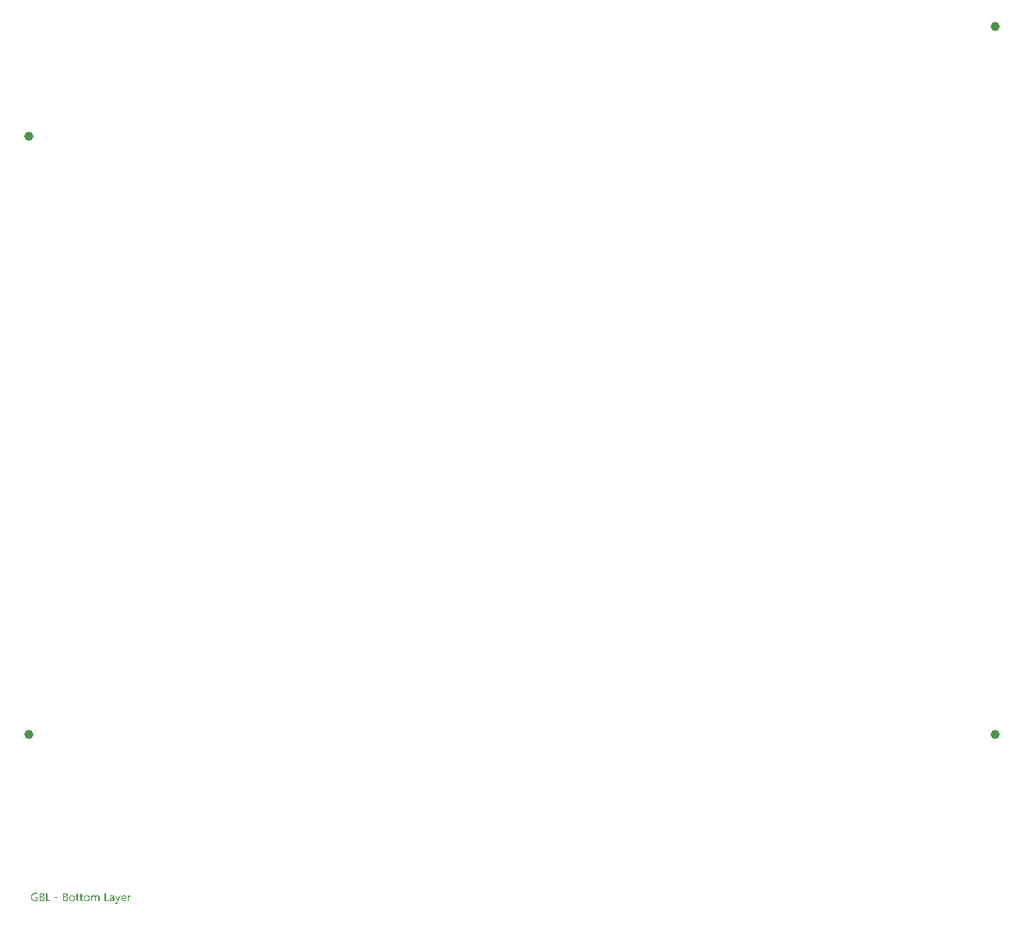
<source format=gbl>
G04*
G04 #@! TF.GenerationSoftware,Altium Limited,Altium Designer,22.11.1 (43)*
G04*
G04 Layer_Physical_Order=2*
G04 Layer_Color=16711680*
%FSAX26Y26*%
%MOIN*%
G70*
G04*
G04 #@! TF.SameCoordinates,4DE1539D-3C2F-4BBE-9D22-D2A5EFC50442*
G04*
G04*
G04 #@! TF.FilePolarity,Positive*
G04*
G01*
G75*
%ADD11C,0.039370*%
G36*
X00106216Y-00126344D02*
X00106710Y-00126375D01*
X00107297Y-00126406D01*
X00107915Y-00126468D01*
X00108626Y-00126560D01*
X00109368Y-00126653D01*
X00110140Y-00126777D01*
X00110944Y-00126931D01*
X00111747Y-00127117D01*
X00112550Y-00127333D01*
X00113354Y-00127580D01*
X00114157Y-00127858D01*
X00114899Y-00128198D01*
X00114899Y-00132740D01*
X00114837Y-00132709D01*
X00114713Y-00132617D01*
X00114466Y-00132493D01*
X00114157Y-00132308D01*
X00113725Y-00132122D01*
X00113230Y-00131875D01*
X00112674Y-00131659D01*
X00112025Y-00131381D01*
X00111345Y-00131133D01*
X00110573Y-00130886D01*
X00109739Y-00130670D01*
X00108842Y-00130485D01*
X00107885Y-00130299D01*
X00106896Y-00130176D01*
X00105876Y-00130083D01*
X00104794Y-00130052D01*
X00104547Y-00130052D01*
X00104238Y-00130083D01*
X00103806Y-00130114D01*
X00103311Y-00130176D01*
X00102724Y-00130268D01*
X00102075Y-00130392D01*
X00101365Y-00130546D01*
X00100623Y-00130763D01*
X00099850Y-00131041D01*
X00099047Y-00131381D01*
X00098213Y-00131782D01*
X00097409Y-00132246D01*
X00096637Y-00132771D01*
X00095864Y-00133420D01*
X00095123Y-00134131D01*
X00095092Y-00134162D01*
X00094968Y-00134316D01*
X00094783Y-00134532D01*
X00094536Y-00134872D01*
X00094258Y-00135274D01*
X00093918Y-00135738D01*
X00093578Y-00136325D01*
X00093238Y-00136974D01*
X00092898Y-00137684D01*
X00092558Y-00138488D01*
X00092218Y-00139353D01*
X00091940Y-00140280D01*
X00091693Y-00141269D01*
X00091507Y-00142319D01*
X00091384Y-00143463D01*
X00091353Y-00144637D01*
X00091353Y-00144668D01*
X00091353Y-00144699D01*
X00091353Y-00144791D01*
X00091353Y-00144915D01*
X00091353Y-00145100D01*
X00091384Y-00145286D01*
X00091415Y-00145749D01*
X00091446Y-00146305D01*
X00091538Y-00146954D01*
X00091631Y-00147665D01*
X00091786Y-00148438D01*
X00091971Y-00149272D01*
X00092218Y-00150137D01*
X00092496Y-00151002D01*
X00092836Y-00151898D01*
X00093238Y-00152763D01*
X00093701Y-00153598D01*
X00094227Y-00154401D01*
X00094845Y-00155143D01*
X00094876Y-00155174D01*
X00094999Y-00155297D01*
X00095216Y-00155483D01*
X00095494Y-00155730D01*
X00095834Y-00156008D01*
X00096266Y-00156348D01*
X00096760Y-00156688D01*
X00097348Y-00157028D01*
X00097996Y-00157399D01*
X00098707Y-00157738D01*
X00099480Y-00158047D01*
X00100345Y-00158356D01*
X00101241Y-00158604D01*
X00102230Y-00158789D01*
X00103249Y-00158913D01*
X00104362Y-00158944D01*
X00104764Y-00158944D01*
X00105042Y-00158913D01*
X00105412Y-00158882D01*
X00105814Y-00158851D01*
X00106278Y-00158820D01*
X00106803Y-00158727D01*
X00107328Y-00158665D01*
X00107915Y-00158542D01*
X00109090Y-00158264D01*
X00109708Y-00158078D01*
X00110295Y-00157831D01*
X00110882Y-00157584D01*
X00111469Y-00157306D01*
X00111469Y-00147449D01*
X00103775Y-00147449D01*
X00103775Y-00143710D01*
X00115609Y-00143710D01*
X00115609Y-00159654D01*
X00115548Y-00159685D01*
X00115362Y-00159778D01*
X00115084Y-00159932D01*
X00114683Y-00160118D01*
X00114188Y-00160334D01*
X00113601Y-00160581D01*
X00112921Y-00160859D01*
X00112149Y-00161137D01*
X00111314Y-00161416D01*
X00110387Y-00161694D01*
X00109430Y-00161941D01*
X00108410Y-00162157D01*
X00107328Y-00162343D01*
X00106185Y-00162497D01*
X00105042Y-00162590D01*
X00103837Y-00162621D01*
X00103497Y-00162621D01*
X00103342Y-00162590D01*
X00103126Y-00162590D01*
X00102879Y-00162559D01*
X00102601Y-00162559D01*
X00101952Y-00162466D01*
X00101210Y-00162373D01*
X00100407Y-00162219D01*
X00099511Y-00162003D01*
X00098553Y-00161755D01*
X00097564Y-00161446D01*
X00096544Y-00161045D01*
X00095525Y-00160581D01*
X00094505Y-00160025D01*
X00093516Y-00159376D01*
X00092558Y-00158635D01*
X00091662Y-00157800D01*
X00091600Y-00157738D01*
X00091477Y-00157584D01*
X00091229Y-00157306D01*
X00090951Y-00156904D01*
X00090581Y-00156441D01*
X00090210Y-00155853D01*
X00089777Y-00155143D01*
X00089344Y-00154370D01*
X00088912Y-00153505D01*
X00088479Y-00152516D01*
X00088109Y-00151466D01*
X00087738Y-00150322D01*
X00087460Y-00149117D01*
X00087212Y-00147789D01*
X00087089Y-00146398D01*
X00087027Y-00144946D01*
X00087027Y-00144915D01*
X00087027Y-00144853D01*
X00087027Y-00144730D01*
X00087027Y-00144575D01*
X00087058Y-00144390D01*
X00087058Y-00144142D01*
X00087089Y-00143895D01*
X00087120Y-00143586D01*
X00087151Y-00143246D01*
X00087181Y-00142906D01*
X00087305Y-00142103D01*
X00087460Y-00141176D01*
X00087676Y-00140218D01*
X00087954Y-00139167D01*
X00088294Y-00138086D01*
X00088696Y-00136974D01*
X00089190Y-00135861D01*
X00089808Y-00134749D01*
X00090488Y-00133636D01*
X00091291Y-00132586D01*
X00092187Y-00131566D01*
X00092249Y-00131504D01*
X00092434Y-00131350D01*
X00092713Y-00131072D01*
X00093114Y-00130732D01*
X00093640Y-00130361D01*
X00094227Y-00129898D01*
X00094937Y-00129434D01*
X00095772Y-00128940D01*
X00096668Y-00128445D01*
X00097657Y-00127982D01*
X00098707Y-00127518D01*
X00099881Y-00127147D01*
X00101117Y-00126808D01*
X00102415Y-00126529D01*
X00103806Y-00126375D01*
X00105258Y-00126313D01*
X00105814Y-00126313D01*
X00106216Y-00126344D01*
X00106216Y-00126344D02*
G37*
G36*
X00372450Y-00136387D02*
X00372636Y-00136387D01*
X00372852Y-00136417D01*
X00373377Y-00136510D01*
X00373995Y-00136665D01*
X00374706Y-00136881D01*
X00375448Y-00137221D01*
X00376220Y-00137623D01*
X00376622Y-00137901D01*
X00376993Y-00138179D01*
X00377363Y-00138488D01*
X00377734Y-00138858D01*
X00378105Y-00139260D01*
X00378445Y-00139693D01*
X00378754Y-00140156D01*
X00379063Y-00140682D01*
X00379341Y-00141238D01*
X00379588Y-00141856D01*
X00379805Y-00142505D01*
X00380021Y-00143215D01*
X00380144Y-00143957D01*
X00380268Y-00144791D01*
X00380330Y-00145656D01*
X00380361Y-00146583D01*
X00380361Y-00162034D01*
X00376344Y-00162034D01*
X00376344Y-00147634D01*
X00376344Y-00147572D01*
X00376344Y-00147449D01*
X00376344Y-00147232D01*
X00376313Y-00146954D01*
X00376313Y-00146614D01*
X00376282Y-00146213D01*
X00376251Y-00145780D01*
X00376189Y-00145317D01*
X00376035Y-00144328D01*
X00375788Y-00143339D01*
X00375664Y-00142845D01*
X00375478Y-00142412D01*
X00375262Y-00141979D01*
X00375046Y-00141609D01*
X00375046Y-00141578D01*
X00374984Y-00141516D01*
X00374922Y-00141423D01*
X00374799Y-00141331D01*
X00374675Y-00141176D01*
X00374490Y-00141022D01*
X00374273Y-00140867D01*
X00374026Y-00140682D01*
X00373748Y-00140496D01*
X00373439Y-00140342D01*
X00373068Y-00140187D01*
X00372697Y-00140033D01*
X00372265Y-00139940D01*
X00371771Y-00139847D01*
X00371276Y-00139786D01*
X00370720Y-00139755D01*
X00370473Y-00139755D01*
X00370287Y-00139786D01*
X00370071Y-00139816D01*
X00369824Y-00139878D01*
X00369206Y-00140033D01*
X00368866Y-00140156D01*
X00368526Y-00140342D01*
X00368155Y-00140527D01*
X00367815Y-00140743D01*
X00367445Y-00141022D01*
X00367074Y-00141331D01*
X00366703Y-00141701D01*
X00366363Y-00142103D01*
X00366332Y-00142134D01*
X00366301Y-00142196D01*
X00366209Y-00142350D01*
X00366085Y-00142505D01*
X00365961Y-00142752D01*
X00365807Y-00143030D01*
X00365621Y-00143339D01*
X00365467Y-00143679D01*
X00365312Y-00144081D01*
X00365127Y-00144513D01*
X00364973Y-00144977D01*
X00364849Y-00145471D01*
X00364725Y-00145996D01*
X00364663Y-00146553D01*
X00364602Y-00147109D01*
X00364571Y-00147727D01*
X00364571Y-00162034D01*
X00360554Y-00162034D01*
X00360554Y-00147140D01*
X00360554Y-00147109D01*
X00360554Y-00147047D01*
X00360554Y-00146954D01*
X00360554Y-00146831D01*
X00360523Y-00146645D01*
X00360523Y-00146460D01*
X00360461Y-00145996D01*
X00360368Y-00145440D01*
X00360245Y-00144791D01*
X00360090Y-00144142D01*
X00359843Y-00143432D01*
X00359534Y-00142752D01*
X00359163Y-00142103D01*
X00358700Y-00141454D01*
X00358144Y-00140898D01*
X00357495Y-00140434D01*
X00357124Y-00140249D01*
X00356722Y-00140064D01*
X00356290Y-00139940D01*
X00355857Y-00139847D01*
X00355363Y-00139786D01*
X00354837Y-00139755D01*
X00354590Y-00139755D01*
X00354405Y-00139786D01*
X00354158Y-00139816D01*
X00353910Y-00139878D01*
X00353292Y-00140033D01*
X00352952Y-00140156D01*
X00352613Y-00140311D01*
X00352242Y-00140465D01*
X00351871Y-00140682D01*
X00351500Y-00140960D01*
X00351129Y-00141238D01*
X00350789Y-00141578D01*
X00350450Y-00141979D01*
X00350419Y-00142010D01*
X00350388Y-00142072D01*
X00350295Y-00142196D01*
X00350171Y-00142381D01*
X00350048Y-00142597D01*
X00349924Y-00142845D01*
X00349770Y-00143154D01*
X00349615Y-00143524D01*
X00349430Y-00143926D01*
X00349275Y-00144359D01*
X00349152Y-00144822D01*
X00349028Y-00145317D01*
X00348904Y-00145873D01*
X00348812Y-00146460D01*
X00348781Y-00147078D01*
X00348750Y-00147727D01*
X00348750Y-00162034D01*
X00344733Y-00162034D01*
X00344733Y-00136943D01*
X00348750Y-00136943D01*
X00348750Y-00140929D01*
X00348843Y-00140929D01*
X00348874Y-00140867D01*
X00348966Y-00140743D01*
X00349121Y-00140496D01*
X00349337Y-00140218D01*
X00349615Y-00139878D01*
X00349955Y-00139476D01*
X00350357Y-00139075D01*
X00350820Y-00138642D01*
X00351346Y-00138210D01*
X00351933Y-00137808D01*
X00352582Y-00137406D01*
X00353261Y-00137066D01*
X00354034Y-00136788D01*
X00354868Y-00136541D01*
X00355733Y-00136417D01*
X00356660Y-00136356D01*
X00356908Y-00136356D01*
X00357093Y-00136387D01*
X00357309Y-00136387D01*
X00357587Y-00136417D01*
X00357865Y-00136479D01*
X00358175Y-00136541D01*
X00358885Y-00136696D01*
X00359627Y-00136974D01*
X00360368Y-00137314D01*
X00360739Y-00137561D01*
X00361110Y-00137808D01*
X00361141Y-00137839D01*
X00361203Y-00137870D01*
X00361295Y-00137962D01*
X00361419Y-00138055D01*
X00361759Y-00138395D01*
X00362161Y-00138797D01*
X00362593Y-00139353D01*
X00363026Y-00140002D01*
X00363428Y-00140743D01*
X00363736Y-00141578D01*
X00363767Y-00141516D01*
X00363860Y-00141361D01*
X00364046Y-00141083D01*
X00364262Y-00140774D01*
X00364571Y-00140373D01*
X00364911Y-00139909D01*
X00365343Y-00139446D01*
X00365838Y-00138951D01*
X00366394Y-00138488D01*
X00367012Y-00137993D01*
X00367692Y-00137561D01*
X00368433Y-00137159D01*
X00369268Y-00136850D01*
X00370133Y-00136572D01*
X00371091Y-00136417D01*
X00372079Y-00136356D01*
X00372296Y-00136356D01*
X00372450Y-00136387D01*
X00372450Y-00136387D02*
G37*
G36*
X00512613Y-00136541D02*
X00512953Y-00136541D01*
X00513323Y-00136603D01*
X00513725Y-00136665D01*
X00514127Y-00136726D01*
X00514467Y-00136850D01*
X00514467Y-00141022D01*
X00514405Y-00140991D01*
X00514281Y-00140898D01*
X00514034Y-00140774D01*
X00513694Y-00140620D01*
X00513231Y-00140465D01*
X00512736Y-00140342D01*
X00512118Y-00140249D01*
X00511408Y-00140218D01*
X00511160Y-00140218D01*
X00510975Y-00140249D01*
X00510759Y-00140280D01*
X00510512Y-00140342D01*
X00509924Y-00140527D01*
X00509584Y-00140651D01*
X00509245Y-00140805D01*
X00508874Y-00141022D01*
X00508503Y-00141238D01*
X00508163Y-00141516D01*
X00507792Y-00141856D01*
X00507452Y-00142227D01*
X00507113Y-00142659D01*
X00507082Y-00142690D01*
X00507051Y-00142783D01*
X00506958Y-00142906D01*
X00506834Y-00143092D01*
X00506711Y-00143339D01*
X00506556Y-00143648D01*
X00506402Y-00143988D01*
X00506247Y-00144390D01*
X00506093Y-00144822D01*
X00505938Y-00145317D01*
X00505784Y-00145873D01*
X00505660Y-00146460D01*
X00505537Y-00147109D01*
X00505444Y-00147789D01*
X00505413Y-00148499D01*
X00505382Y-00149272D01*
X00505382Y-00162034D01*
X00501365Y-00162034D01*
X00501365Y-00136943D01*
X00505382Y-00136943D01*
X00505382Y-00142134D01*
X00505475Y-00142134D01*
X00505475Y-00142103D01*
X00505506Y-00142010D01*
X00505567Y-00141887D01*
X00505629Y-00141701D01*
X00505722Y-00141485D01*
X00505846Y-00141207D01*
X00506124Y-00140620D01*
X00506495Y-00139940D01*
X00506958Y-00139260D01*
X00507483Y-00138611D01*
X00508101Y-00137993D01*
X00508132Y-00137962D01*
X00508194Y-00137931D01*
X00508287Y-00137870D01*
X00508410Y-00137746D01*
X00508565Y-00137653D01*
X00508781Y-00137530D01*
X00509245Y-00137252D01*
X00509832Y-00136974D01*
X00510512Y-00136726D01*
X00511253Y-00136572D01*
X00511655Y-00136541D01*
X00512057Y-00136510D01*
X00512304Y-00136510D01*
X00512613Y-00136541D01*
X00512613Y-00136541D02*
G37*
G36*
X00202191Y-00149643D02*
X00188812Y-00149643D01*
X00188812Y-00146491D01*
X00202191Y-00146491D01*
X00202191Y-00149643D01*
X00202191Y-00149643D02*
G37*
G36*
X00459279Y-00166050D02*
X00459279Y-00166081D01*
X00459248Y-00166143D01*
X00459187Y-00166236D01*
X00459125Y-00166390D01*
X00459063Y-00166576D01*
X00458970Y-00166761D01*
X00458723Y-00167256D01*
X00458383Y-00167843D01*
X00458012Y-00168523D01*
X00457549Y-00169202D01*
X00457024Y-00169944D01*
X00456437Y-00170655D01*
X00455788Y-00171365D01*
X00455077Y-00172045D01*
X00454304Y-00172632D01*
X00453470Y-00173127D01*
X00453038Y-00173312D01*
X00452574Y-00173497D01*
X00452111Y-00173652D01*
X00451616Y-00173745D01*
X00451122Y-00173806D01*
X00450596Y-00173837D01*
X00450349Y-00173837D01*
X00450040Y-00173806D01*
X00449669Y-00173806D01*
X00449268Y-00173745D01*
X00448835Y-00173683D01*
X00448372Y-00173621D01*
X00447970Y-00173497D01*
X00447970Y-00169913D01*
X00448032Y-00169944D01*
X00448186Y-00169975D01*
X00448433Y-00170037D01*
X00448742Y-00170129D01*
X00449113Y-00170222D01*
X00449515Y-00170284D01*
X00449947Y-00170315D01*
X00450349Y-00170346D01*
X00450473Y-00170346D01*
X00450627Y-00170315D01*
X00450844Y-00170284D01*
X00451091Y-00170222D01*
X00451400Y-00170160D01*
X00451709Y-00170037D01*
X00452080Y-00169882D01*
X00452420Y-00169697D01*
X00452821Y-00169450D01*
X00453192Y-00169171D01*
X00453563Y-00168832D01*
X00453934Y-00168399D01*
X00454304Y-00167935D01*
X00454613Y-00167379D01*
X00454922Y-00166730D01*
X00456931Y-00162003D01*
X00447136Y-00136943D01*
X00451585Y-00136943D01*
X00458383Y-00156255D01*
X00458383Y-00156286D01*
X00458414Y-00156348D01*
X00458445Y-00156441D01*
X00458507Y-00156626D01*
X00458569Y-00156873D01*
X00458630Y-00157213D01*
X00458754Y-00157646D01*
X00458878Y-00158171D01*
X00459032Y-00158171D01*
X00459032Y-00158140D01*
X00459063Y-00158047D01*
X00459094Y-00157924D01*
X00459156Y-00157708D01*
X00459217Y-00157460D01*
X00459279Y-00157151D01*
X00459403Y-00156750D01*
X00459526Y-00156317D01*
X00466664Y-00136943D01*
X00470805Y-00136943D01*
X00459279Y-00166050D01*
X00459279Y-00166050D02*
G37*
G36*
X00434807Y-00136387D02*
X00435023Y-00136387D01*
X00435239Y-00136417D01*
X00435517Y-00136448D01*
X00435826Y-00136510D01*
X00436475Y-00136634D01*
X00437248Y-00136850D01*
X00438020Y-00137128D01*
X00438854Y-00137530D01*
X00439689Y-00138024D01*
X00440090Y-00138302D01*
X00440492Y-00138642D01*
X00440863Y-00139013D01*
X00441234Y-00139384D01*
X00441574Y-00139816D01*
X00441883Y-00140311D01*
X00442192Y-00140805D01*
X00442470Y-00141361D01*
X00442686Y-00141979D01*
X00442902Y-00142628D01*
X00443057Y-00143308D01*
X00443180Y-00144081D01*
X00443242Y-00144853D01*
X00443273Y-00145718D01*
X00443273Y-00162034D01*
X00439256Y-00162034D01*
X00439256Y-00158140D01*
X00439163Y-00158140D01*
X00439132Y-00158202D01*
X00439040Y-00158326D01*
X00438885Y-00158542D01*
X00438669Y-00158851D01*
X00438391Y-00159191D01*
X00438051Y-00159561D01*
X00437680Y-00159963D01*
X00437217Y-00160365D01*
X00436691Y-00160798D01*
X00436135Y-00161199D01*
X00435486Y-00161570D01*
X00434807Y-00161910D01*
X00434034Y-00162219D01*
X00433231Y-00162435D01*
X00432365Y-00162559D01*
X00431438Y-00162621D01*
X00431068Y-00162621D01*
X00430820Y-00162590D01*
X00430511Y-00162559D01*
X00430141Y-00162528D01*
X00429739Y-00162466D01*
X00429306Y-00162373D01*
X00428348Y-00162126D01*
X00427885Y-00161972D01*
X00427390Y-00161786D01*
X00426896Y-00161570D01*
X00426433Y-00161292D01*
X00426000Y-00160983D01*
X00425567Y-00160643D01*
X00425536Y-00160612D01*
X00425475Y-00160550D01*
X00425382Y-00160427D01*
X00425228Y-00160272D01*
X00425073Y-00160087D01*
X00424918Y-00159840D01*
X00424702Y-00159561D01*
X00424517Y-00159252D01*
X00424331Y-00158882D01*
X00424146Y-00158480D01*
X00423961Y-00158047D01*
X00423806Y-00157584D01*
X00423652Y-00157089D01*
X00423559Y-00156564D01*
X00423497Y-00155977D01*
X00423466Y-00155390D01*
X00423466Y-00155359D01*
X00423466Y-00155297D01*
X00423466Y-00155205D01*
X00423497Y-00155081D01*
X00423497Y-00154927D01*
X00423528Y-00154741D01*
X00423590Y-00154278D01*
X00423713Y-00153721D01*
X00423899Y-00153103D01*
X00424146Y-00152424D01*
X00424517Y-00151713D01*
X00424949Y-00151002D01*
X00425475Y-00150292D01*
X00425815Y-00149952D01*
X00426154Y-00149612D01*
X00426556Y-00149272D01*
X00426958Y-00148963D01*
X00427421Y-00148654D01*
X00427916Y-00148376D01*
X00428441Y-00148129D01*
X00429028Y-00147881D01*
X00429646Y-00147665D01*
X00430295Y-00147480D01*
X00431006Y-00147325D01*
X00431747Y-00147202D01*
X00439256Y-00146151D01*
X00439256Y-00146120D01*
X00439256Y-00146089D01*
X00439256Y-00145996D01*
X00439256Y-00145873D01*
X00439225Y-00145564D01*
X00439163Y-00145162D01*
X00439102Y-00144668D01*
X00438978Y-00144112D01*
X00438824Y-00143555D01*
X00438607Y-00142937D01*
X00438329Y-00142350D01*
X00437989Y-00141763D01*
X00437587Y-00141238D01*
X00437093Y-00140743D01*
X00436475Y-00140342D01*
X00435795Y-00140033D01*
X00435425Y-00139909D01*
X00434992Y-00139816D01*
X00434559Y-00139786D01*
X00434096Y-00139755D01*
X00433880Y-00139755D01*
X00433663Y-00139786D01*
X00433323Y-00139816D01*
X00432922Y-00139847D01*
X00432458Y-00139909D01*
X00431933Y-00140002D01*
X00431377Y-00140125D01*
X00430759Y-00140311D01*
X00430110Y-00140496D01*
X00429430Y-00140743D01*
X00428719Y-00141052D01*
X00428009Y-00141423D01*
X00427298Y-00141825D01*
X00426587Y-00142288D01*
X00425907Y-00142845D01*
X00425907Y-00138735D01*
X00425938Y-00138704D01*
X00426062Y-00138642D01*
X00426278Y-00138519D01*
X00426556Y-00138364D01*
X00426927Y-00138179D01*
X00427329Y-00137993D01*
X00427823Y-00137777D01*
X00428379Y-00137530D01*
X00428966Y-00137314D01*
X00429615Y-00137097D01*
X00430326Y-00136912D01*
X00431068Y-00136726D01*
X00431871Y-00136572D01*
X00432674Y-00136448D01*
X00433540Y-00136387D01*
X00434436Y-00136356D01*
X00434652Y-00136356D01*
X00434807Y-00136387D01*
X00434807Y-00136387D02*
G37*
G36*
X00406378Y-00158326D02*
X00420500Y-00158326D01*
X00420500Y-00162034D01*
X00402269Y-00162034D01*
X00402269Y-00126900D01*
X00406378Y-00126900D01*
X00406378Y-00158326D01*
X00406378Y-00158326D02*
G37*
G36*
X00234451Y-00126931D02*
X00234822Y-00126962D01*
X00235254Y-00127024D01*
X00235749Y-00127086D01*
X00236305Y-00127178D01*
X00236861Y-00127302D01*
X00237448Y-00127456D01*
X00238066Y-00127642D01*
X00238653Y-00127858D01*
X00239271Y-00128105D01*
X00239827Y-00128414D01*
X00240384Y-00128754D01*
X00240909Y-00129156D01*
X00240940Y-00129187D01*
X00241033Y-00129249D01*
X00241156Y-00129372D01*
X00241311Y-00129558D01*
X00241527Y-00129774D01*
X00241743Y-00130052D01*
X00241990Y-00130361D01*
X00242238Y-00130701D01*
X00242485Y-00131103D01*
X00242732Y-00131535D01*
X00242948Y-00132030D01*
X00243165Y-00132524D01*
X00243319Y-00133080D01*
X00243443Y-00133667D01*
X00243536Y-00134285D01*
X00243566Y-00134934D01*
X00243566Y-00134965D01*
X00243566Y-00135058D01*
X00243566Y-00135212D01*
X00243536Y-00135429D01*
X00243505Y-00135707D01*
X00243474Y-00135985D01*
X00243443Y-00136325D01*
X00243381Y-00136696D01*
X00243165Y-00137530D01*
X00242887Y-00138395D01*
X00242701Y-00138858D01*
X00242485Y-00139291D01*
X00242238Y-00139724D01*
X00241960Y-00140156D01*
X00241929Y-00140187D01*
X00241898Y-00140249D01*
X00241805Y-00140373D01*
X00241651Y-00140527D01*
X00241496Y-00140682D01*
X00241311Y-00140898D01*
X00241064Y-00141114D01*
X00240816Y-00141361D01*
X00240507Y-00141609D01*
X00240167Y-00141887D01*
X00239797Y-00142134D01*
X00239395Y-00142412D01*
X00238962Y-00142659D01*
X00238530Y-00142875D01*
X00237510Y-00143277D01*
X00237510Y-00143370D01*
X00237541Y-00143370D01*
X00237665Y-00143401D01*
X00237850Y-00143432D01*
X00238097Y-00143463D01*
X00238406Y-00143524D01*
X00238746Y-00143617D01*
X00239148Y-00143741D01*
X00239549Y-00143864D01*
X00240446Y-00144204D01*
X00240940Y-00144421D01*
X00241403Y-00144699D01*
X00241867Y-00144977D01*
X00242330Y-00145286D01*
X00242794Y-00145656D01*
X00243196Y-00146058D01*
X00243226Y-00146089D01*
X00243288Y-00146151D01*
X00243381Y-00146274D01*
X00243536Y-00146460D01*
X00243690Y-00146707D01*
X00243875Y-00146954D01*
X00244061Y-00147294D01*
X00244277Y-00147634D01*
X00244463Y-00148036D01*
X00244648Y-00148499D01*
X00244833Y-00148963D01*
X00244988Y-00149488D01*
X00245142Y-00150075D01*
X00245235Y-00150662D01*
X00245297Y-00151280D01*
X00245328Y-00151960D01*
X00245328Y-00152022D01*
X00245328Y-00152145D01*
X00245297Y-00152393D01*
X00245266Y-00152702D01*
X00245235Y-00153103D01*
X00245142Y-00153536D01*
X00245050Y-00154030D01*
X00244926Y-00154556D01*
X00244741Y-00155143D01*
X00244524Y-00155730D01*
X00244277Y-00156317D01*
X00243968Y-00156935D01*
X00243597Y-00157553D01*
X00243165Y-00158140D01*
X00242670Y-00158696D01*
X00242083Y-00159252D01*
X00242052Y-00159283D01*
X00241929Y-00159376D01*
X00241743Y-00159500D01*
X00241496Y-00159685D01*
X00241187Y-00159901D01*
X00240785Y-00160118D01*
X00240353Y-00160396D01*
X00239858Y-00160643D01*
X00239271Y-00160890D01*
X00238653Y-00161137D01*
X00238004Y-00161385D01*
X00237263Y-00161601D01*
X00236490Y-00161786D01*
X00235687Y-00161910D01*
X00234822Y-00162003D01*
X00233926Y-00162034D01*
X00223698Y-00162034D01*
X00223698Y-00126900D01*
X00234111Y-00126900D01*
X00234451Y-00126931D01*
X00234451Y-00126931D02*
G37*
G36*
X00156645Y-00158326D02*
X00170766Y-00158326D01*
X00170766Y-00162034D01*
X00152535Y-00162034D01*
X00152535Y-00126900D01*
X00156645Y-00126900D01*
X00156645Y-00158326D01*
X00156645Y-00158326D02*
G37*
G36*
X00134520Y-00126931D02*
X00134891Y-00126962D01*
X00135324Y-00127024D01*
X00135818Y-00127086D01*
X00136374Y-00127178D01*
X00136930Y-00127302D01*
X00137518Y-00127456D01*
X00138136Y-00127642D01*
X00138723Y-00127858D01*
X00139341Y-00128105D01*
X00139897Y-00128414D01*
X00140453Y-00128754D01*
X00140978Y-00129156D01*
X00141009Y-00129187D01*
X00141102Y-00129249D01*
X00141226Y-00129372D01*
X00141380Y-00129558D01*
X00141596Y-00129774D01*
X00141813Y-00130052D01*
X00142060Y-00130361D01*
X00142307Y-00130701D01*
X00142554Y-00131103D01*
X00142802Y-00131535D01*
X00143018Y-00132030D01*
X00143234Y-00132524D01*
X00143389Y-00133080D01*
X00143512Y-00133667D01*
X00143605Y-00134285D01*
X00143636Y-00134934D01*
X00143636Y-00134965D01*
X00143636Y-00135058D01*
X00143636Y-00135212D01*
X00143605Y-00135429D01*
X00143574Y-00135707D01*
X00143543Y-00135985D01*
X00143512Y-00136325D01*
X00143450Y-00136696D01*
X00143234Y-00137530D01*
X00142956Y-00138395D01*
X00142771Y-00138858D01*
X00142554Y-00139291D01*
X00142307Y-00139724D01*
X00142029Y-00140156D01*
X00141998Y-00140187D01*
X00141967Y-00140249D01*
X00141875Y-00140373D01*
X00141720Y-00140527D01*
X00141565Y-00140682D01*
X00141380Y-00140898D01*
X00141133Y-00141114D01*
X00140886Y-00141361D01*
X00140577Y-00141609D01*
X00140237Y-00141887D01*
X00139866Y-00142134D01*
X00139464Y-00142412D01*
X00139032Y-00142659D01*
X00138599Y-00142875D01*
X00137579Y-00143277D01*
X00137579Y-00143370D01*
X00137610Y-00143370D01*
X00137734Y-00143401D01*
X00137919Y-00143432D01*
X00138167Y-00143463D01*
X00138476Y-00143524D01*
X00138815Y-00143617D01*
X00139217Y-00143741D01*
X00139619Y-00143864D01*
X00140515Y-00144204D01*
X00141009Y-00144421D01*
X00141473Y-00144699D01*
X00141936Y-00144977D01*
X00142400Y-00145286D01*
X00142863Y-00145656D01*
X00143265Y-00146058D01*
X00143296Y-00146089D01*
X00143358Y-00146151D01*
X00143450Y-00146274D01*
X00143605Y-00146460D01*
X00143759Y-00146707D01*
X00143945Y-00146954D01*
X00144130Y-00147294D01*
X00144346Y-00147634D01*
X00144532Y-00148036D01*
X00144717Y-00148499D01*
X00144903Y-00148963D01*
X00145057Y-00149488D01*
X00145212Y-00150075D01*
X00145304Y-00150662D01*
X00145366Y-00151280D01*
X00145397Y-00151960D01*
X00145397Y-00152022D01*
X00145397Y-00152145D01*
X00145366Y-00152393D01*
X00145335Y-00152702D01*
X00145304Y-00153103D01*
X00145212Y-00153536D01*
X00145119Y-00154030D01*
X00144995Y-00154556D01*
X00144810Y-00155143D01*
X00144594Y-00155730D01*
X00144346Y-00156317D01*
X00144037Y-00156935D01*
X00143667Y-00157553D01*
X00143234Y-00158140D01*
X00142740Y-00158696D01*
X00142153Y-00159252D01*
X00142122Y-00159283D01*
X00141998Y-00159376D01*
X00141813Y-00159500D01*
X00141565Y-00159685D01*
X00141256Y-00159901D01*
X00140855Y-00160118D01*
X00140422Y-00160396D01*
X00139928Y-00160643D01*
X00139341Y-00160890D01*
X00138723Y-00161137D01*
X00138074Y-00161385D01*
X00137332Y-00161601D01*
X00136560Y-00161786D01*
X00135756Y-00161910D01*
X00134891Y-00162003D01*
X00133995Y-00162034D01*
X00123767Y-00162034D01*
X00123767Y-00126900D01*
X00134180Y-00126900D01*
X00134520Y-00126931D01*
X00134520Y-00126931D02*
G37*
G36*
X00303636Y-00136943D02*
X00309971Y-00136943D01*
X00309971Y-00140404D01*
X00303636Y-00140404D01*
X00303636Y-00154525D01*
X00303636Y-00154556D01*
X00303636Y-00154648D01*
X00303636Y-00154772D01*
X00303636Y-00154927D01*
X00303667Y-00155143D01*
X00303698Y-00155390D01*
X00303760Y-00155915D01*
X00303852Y-00156533D01*
X00304007Y-00157120D01*
X00304223Y-00157677D01*
X00304347Y-00157924D01*
X00304501Y-00158140D01*
X00304532Y-00158171D01*
X00304656Y-00158295D01*
X00304872Y-00158480D01*
X00305181Y-00158665D01*
X00305583Y-00158882D01*
X00306077Y-00159036D01*
X00306664Y-00159160D01*
X00307344Y-00159222D01*
X00307591Y-00159222D01*
X00307869Y-00159191D01*
X00308240Y-00159129D01*
X00308642Y-00159005D01*
X00309105Y-00158882D01*
X00309538Y-00158665D01*
X00309971Y-00158387D01*
X00309971Y-00161817D01*
X00309940Y-00161817D01*
X00309909Y-00161848D01*
X00309816Y-00161879D01*
X00309723Y-00161941D01*
X00309383Y-00162064D01*
X00308982Y-00162188D01*
X00308425Y-00162312D01*
X00307777Y-00162435D01*
X00307035Y-00162528D01*
X00306201Y-00162559D01*
X00305923Y-00162559D01*
X00305583Y-00162497D01*
X00305181Y-00162435D01*
X00304687Y-00162343D01*
X00304130Y-00162157D01*
X00303512Y-00161941D01*
X00302925Y-00161632D01*
X00302307Y-00161261D01*
X00301689Y-00160767D01*
X00301133Y-00160179D01*
X00300886Y-00159840D01*
X00300639Y-00159469D01*
X00300422Y-00159067D01*
X00300237Y-00158635D01*
X00300052Y-00158171D01*
X00299897Y-00157646D01*
X00299774Y-00157120D01*
X00299681Y-00156533D01*
X00299650Y-00155915D01*
X00299619Y-00155236D01*
X00299619Y-00140404D01*
X00295324Y-00140404D01*
X00295324Y-00136943D01*
X00299619Y-00136943D01*
X00299619Y-00130825D01*
X00303636Y-00129527D01*
X00303636Y-00136943D01*
X00303636Y-00136943D02*
G37*
G36*
X00286641Y-00136943D02*
X00292976Y-00136943D01*
X00292976Y-00140404D01*
X00286641Y-00140404D01*
X00286641Y-00154525D01*
X00286641Y-00154556D01*
X00286641Y-00154648D01*
X00286641Y-00154772D01*
X00286641Y-00154927D01*
X00286672Y-00155143D01*
X00286703Y-00155390D01*
X00286765Y-00155915D01*
X00286857Y-00156533D01*
X00287012Y-00157120D01*
X00287228Y-00157677D01*
X00287352Y-00157924D01*
X00287506Y-00158140D01*
X00287537Y-00158171D01*
X00287661Y-00158295D01*
X00287877Y-00158480D01*
X00288186Y-00158665D01*
X00288588Y-00158882D01*
X00289082Y-00159036D01*
X00289669Y-00159160D01*
X00290349Y-00159222D01*
X00290596Y-00159222D01*
X00290874Y-00159191D01*
X00291245Y-00159129D01*
X00291647Y-00159005D01*
X00292110Y-00158882D01*
X00292543Y-00158665D01*
X00292976Y-00158387D01*
X00292976Y-00161817D01*
X00292945Y-00161817D01*
X00292914Y-00161848D01*
X00292821Y-00161879D01*
X00292728Y-00161941D01*
X00292388Y-00162064D01*
X00291987Y-00162188D01*
X00291430Y-00162312D01*
X00290782Y-00162435D01*
X00290040Y-00162528D01*
X00289206Y-00162559D01*
X00288928Y-00162559D01*
X00288588Y-00162497D01*
X00288186Y-00162435D01*
X00287692Y-00162343D01*
X00287135Y-00162157D01*
X00286517Y-00161941D01*
X00285930Y-00161632D01*
X00285312Y-00161261D01*
X00284694Y-00160767D01*
X00284138Y-00160179D01*
X00283891Y-00159840D01*
X00283644Y-00159469D01*
X00283427Y-00159067D01*
X00283242Y-00158635D01*
X00283057Y-00158171D01*
X00282902Y-00157646D01*
X00282779Y-00157120D01*
X00282686Y-00156533D01*
X00282655Y-00155915D01*
X00282624Y-00155236D01*
X00282624Y-00140404D01*
X00278329Y-00140404D01*
X00278329Y-00136943D01*
X00282624Y-00136943D01*
X00282624Y-00130825D01*
X00286641Y-00129527D01*
X00286641Y-00136943D01*
X00286641Y-00136943D02*
G37*
G36*
X00485452Y-00136387D02*
X00485791Y-00136417D01*
X00486224Y-00136448D01*
X00486688Y-00136510D01*
X00487213Y-00136634D01*
X00487769Y-00136757D01*
X00488387Y-00136912D01*
X00489005Y-00137128D01*
X00489623Y-00137406D01*
X00490272Y-00137715D01*
X00490890Y-00138086D01*
X00491477Y-00138519D01*
X00492064Y-00139013D01*
X00492589Y-00139569D01*
X00492620Y-00139600D01*
X00492713Y-00139724D01*
X00492837Y-00139909D01*
X00493022Y-00140156D01*
X00493207Y-00140465D01*
X00493455Y-00140867D01*
X00493702Y-00141331D01*
X00493949Y-00141856D01*
X00494196Y-00142474D01*
X00494443Y-00143123D01*
X00494691Y-00143864D01*
X00494876Y-00144637D01*
X00495062Y-00145502D01*
X00495185Y-00146398D01*
X00495278Y-00147387D01*
X00495309Y-00148407D01*
X00495309Y-00150508D01*
X00477572Y-00150508D01*
X00477572Y-00150570D01*
X00477572Y-00150693D01*
X00477603Y-00150910D01*
X00477634Y-00151188D01*
X00477665Y-00151558D01*
X00477727Y-00151960D01*
X00477788Y-00152393D01*
X00477912Y-00152887D01*
X00478190Y-00153938D01*
X00478375Y-00154463D01*
X00478592Y-00155019D01*
X00478839Y-00155544D01*
X00479117Y-00156070D01*
X00479457Y-00156533D01*
X00479828Y-00156997D01*
X00479859Y-00157028D01*
X00479921Y-00157089D01*
X00480044Y-00157213D01*
X00480229Y-00157337D01*
X00480446Y-00157522D01*
X00480724Y-00157708D01*
X00481033Y-00157924D01*
X00481373Y-00158109D01*
X00481774Y-00158326D01*
X00482238Y-00158542D01*
X00482702Y-00158727D01*
X00483258Y-00158913D01*
X00483814Y-00159036D01*
X00484432Y-00159160D01*
X00485081Y-00159222D01*
X00485761Y-00159252D01*
X00485946Y-00159252D01*
X00486162Y-00159222D01*
X00486471Y-00159222D01*
X00486842Y-00159160D01*
X00487275Y-00159098D01*
X00487769Y-00159005D01*
X00488325Y-00158913D01*
X00488912Y-00158758D01*
X00489530Y-00158573D01*
X00490179Y-00158356D01*
X00490828Y-00158078D01*
X00491508Y-00157769D01*
X00492188Y-00157399D01*
X00492868Y-00156966D01*
X00493547Y-00156471D01*
X00493547Y-00160241D01*
X00493517Y-00160272D01*
X00493393Y-00160334D01*
X00493207Y-00160458D01*
X00492960Y-00160612D01*
X00492620Y-00160798D01*
X00492219Y-00160983D01*
X00491755Y-00161199D01*
X00491230Y-00161416D01*
X00490612Y-00161663D01*
X00489963Y-00161879D01*
X00489252Y-00162064D01*
X00488480Y-00162250D01*
X00487646Y-00162404D01*
X00486749Y-00162528D01*
X00485791Y-00162590D01*
X00484803Y-00162621D01*
X00484555Y-00162621D01*
X00484308Y-00162590D01*
X00483938Y-00162559D01*
X00483474Y-00162528D01*
X00482949Y-00162435D01*
X00482392Y-00162343D01*
X00481774Y-00162188D01*
X00481126Y-00162003D01*
X00480446Y-00161786D01*
X00479735Y-00161508D01*
X00479055Y-00161199D01*
X00478345Y-00160798D01*
X00477696Y-00160334D01*
X00477047Y-00159809D01*
X00476460Y-00159222D01*
X00476429Y-00159191D01*
X00476336Y-00159067D01*
X00476182Y-00158851D01*
X00475996Y-00158573D01*
X00475749Y-00158233D01*
X00475502Y-00157800D01*
X00475224Y-00157306D01*
X00474946Y-00156719D01*
X00474668Y-00156101D01*
X00474389Y-00155359D01*
X00474142Y-00154587D01*
X00473895Y-00153721D01*
X00473710Y-00152794D01*
X00473555Y-00151806D01*
X00473462Y-00150724D01*
X00473432Y-00149612D01*
X00473432Y-00149581D01*
X00473432Y-00149550D01*
X00473432Y-00149457D01*
X00473432Y-00149364D01*
X00473462Y-00149055D01*
X00473493Y-00148623D01*
X00473524Y-00148129D01*
X00473617Y-00147572D01*
X00473710Y-00146923D01*
X00473833Y-00146213D01*
X00474019Y-00145471D01*
X00474235Y-00144699D01*
X00474513Y-00143895D01*
X00474822Y-00143092D01*
X00475193Y-00142319D01*
X00475656Y-00141516D01*
X00476151Y-00140774D01*
X00476738Y-00140064D01*
X00476769Y-00140033D01*
X00476892Y-00139909D01*
X00477078Y-00139724D01*
X00477325Y-00139476D01*
X00477665Y-00139198D01*
X00478067Y-00138889D01*
X00478499Y-00138549D01*
X00479024Y-00138210D01*
X00479581Y-00137870D01*
X00480229Y-00137530D01*
X00480909Y-00137221D01*
X00481620Y-00136943D01*
X00482392Y-00136696D01*
X00483227Y-00136510D01*
X00484092Y-00136387D01*
X00484988Y-00136356D01*
X00485204Y-00136356D01*
X00485452Y-00136387D01*
X00485452Y-00136387D02*
G37*
G36*
X00326935Y-00136387D02*
X00327336Y-00136417D01*
X00327800Y-00136448D01*
X00328356Y-00136541D01*
X00328943Y-00136634D01*
X00329592Y-00136788D01*
X00330303Y-00136974D01*
X00331013Y-00137190D01*
X00331724Y-00137468D01*
X00332466Y-00137808D01*
X00333176Y-00138210D01*
X00333887Y-00138673D01*
X00334536Y-00139198D01*
X00335154Y-00139816D01*
X00335185Y-00139847D01*
X00335278Y-00139971D01*
X00335432Y-00140187D01*
X00335648Y-00140465D01*
X00335896Y-00140805D01*
X00336143Y-00141238D01*
X00336452Y-00141732D01*
X00336730Y-00142319D01*
X00337039Y-00142968D01*
X00337317Y-00143679D01*
X00337564Y-00144451D01*
X00337811Y-00145317D01*
X00338028Y-00146244D01*
X00338182Y-00147232D01*
X00338275Y-00148283D01*
X00338306Y-00149395D01*
X00338306Y-00149426D01*
X00338306Y-00149457D01*
X00338306Y-00149550D01*
X00338306Y-00149673D01*
X00338275Y-00149982D01*
X00338244Y-00150384D01*
X00338213Y-00150910D01*
X00338120Y-00151497D01*
X00338028Y-00152145D01*
X00337873Y-00152856D01*
X00337688Y-00153598D01*
X00337471Y-00154401D01*
X00337193Y-00155205D01*
X00336884Y-00156008D01*
X00336483Y-00156811D01*
X00336019Y-00157584D01*
X00335494Y-00158326D01*
X00334907Y-00159036D01*
X00334876Y-00159067D01*
X00334752Y-00159191D01*
X00334567Y-00159376D01*
X00334289Y-00159592D01*
X00333949Y-00159870D01*
X00333547Y-00160179D01*
X00333053Y-00160488D01*
X00332497Y-00160828D01*
X00331879Y-00161168D01*
X00331199Y-00161477D01*
X00330457Y-00161786D01*
X00329654Y-00162064D01*
X00328758Y-00162281D01*
X00327831Y-00162466D01*
X00326873Y-00162590D01*
X00325822Y-00162621D01*
X00325575Y-00162621D01*
X00325297Y-00162590D01*
X00324895Y-00162559D01*
X00324432Y-00162528D01*
X00323875Y-00162435D01*
X00323288Y-00162343D01*
X00322639Y-00162188D01*
X00321929Y-00162003D01*
X00321218Y-00161755D01*
X00320476Y-00161477D01*
X00319735Y-00161137D01*
X00318993Y-00160736D01*
X00318252Y-00160272D01*
X00317572Y-00159747D01*
X00316923Y-00159129D01*
X00316892Y-00159098D01*
X00316769Y-00158974D01*
X00316614Y-00158758D01*
X00316398Y-00158480D01*
X00316151Y-00158140D01*
X00315872Y-00157708D01*
X00315594Y-00157213D01*
X00315285Y-00156626D01*
X00314976Y-00156008D01*
X00314667Y-00155297D01*
X00314389Y-00154525D01*
X00314142Y-00153690D01*
X00313926Y-00152825D01*
X00313771Y-00151867D01*
X00313648Y-00150848D01*
X00313617Y-00149797D01*
X00313617Y-00149766D01*
X00313617Y-00149735D01*
X00313617Y-00149643D01*
X00313617Y-00149519D01*
X00313648Y-00149179D01*
X00313678Y-00148746D01*
X00313709Y-00148221D01*
X00313802Y-00147603D01*
X00313895Y-00146923D01*
X00314049Y-00146182D01*
X00314235Y-00145409D01*
X00314451Y-00144606D01*
X00314729Y-00143772D01*
X00315069Y-00142937D01*
X00315471Y-00142134D01*
X00315903Y-00141361D01*
X00316429Y-00140620D01*
X00317047Y-00139909D01*
X00317077Y-00139878D01*
X00317201Y-00139755D01*
X00317417Y-00139569D01*
X00317695Y-00139353D01*
X00318035Y-00139075D01*
X00318468Y-00138797D01*
X00318962Y-00138457D01*
X00319519Y-00138117D01*
X00320137Y-00137808D01*
X00320847Y-00137468D01*
X00321620Y-00137190D01*
X00322454Y-00136912D01*
X00323350Y-00136696D01*
X00324308Y-00136510D01*
X00325328Y-00136387D01*
X00326409Y-00136356D01*
X00326656Y-00136356D01*
X00326935Y-00136387D01*
X00326935Y-00136387D02*
G37*
G36*
X00263528Y-00136387D02*
X00263930Y-00136417D01*
X00264393Y-00136448D01*
X00264949Y-00136541D01*
X00265536Y-00136634D01*
X00266185Y-00136788D01*
X00266896Y-00136974D01*
X00267607Y-00137190D01*
X00268317Y-00137468D01*
X00269059Y-00137808D01*
X00269770Y-00138210D01*
X00270480Y-00138673D01*
X00271129Y-00139198D01*
X00271747Y-00139816D01*
X00271778Y-00139847D01*
X00271871Y-00139971D01*
X00272025Y-00140187D01*
X00272242Y-00140465D01*
X00272489Y-00140805D01*
X00272736Y-00141238D01*
X00273045Y-00141732D01*
X00273323Y-00142319D01*
X00273632Y-00142968D01*
X00273910Y-00143679D01*
X00274157Y-00144451D01*
X00274405Y-00145317D01*
X00274621Y-00146244D01*
X00274775Y-00147232D01*
X00274868Y-00148283D01*
X00274899Y-00149395D01*
X00274899Y-00149426D01*
X00274899Y-00149457D01*
X00274899Y-00149550D01*
X00274899Y-00149673D01*
X00274868Y-00149982D01*
X00274837Y-00150384D01*
X00274806Y-00150910D01*
X00274714Y-00151497D01*
X00274621Y-00152145D01*
X00274466Y-00152856D01*
X00274281Y-00153598D01*
X00274065Y-00154401D01*
X00273787Y-00155205D01*
X00273478Y-00156008D01*
X00273076Y-00156811D01*
X00272612Y-00157584D01*
X00272087Y-00158326D01*
X00271500Y-00159036D01*
X00271469Y-00159067D01*
X00271346Y-00159191D01*
X00271160Y-00159376D01*
X00270882Y-00159592D01*
X00270542Y-00159870D01*
X00270140Y-00160179D01*
X00269646Y-00160488D01*
X00269090Y-00160828D01*
X00268472Y-00161168D01*
X00267792Y-00161477D01*
X00267050Y-00161786D01*
X00266247Y-00162064D01*
X00265351Y-00162281D01*
X00264424Y-00162466D01*
X00263466Y-00162590D01*
X00262415Y-00162621D01*
X00262168Y-00162621D01*
X00261890Y-00162590D01*
X00261488Y-00162559D01*
X00261025Y-00162528D01*
X00260469Y-00162435D01*
X00259882Y-00162343D01*
X00259233Y-00162188D01*
X00258522Y-00162003D01*
X00257811Y-00161755D01*
X00257070Y-00161477D01*
X00256328Y-00161137D01*
X00255587Y-00160736D01*
X00254845Y-00160272D01*
X00254165Y-00159747D01*
X00253516Y-00159129D01*
X00253485Y-00159098D01*
X00253362Y-00158974D01*
X00253207Y-00158758D01*
X00252991Y-00158480D01*
X00252744Y-00158140D01*
X00252466Y-00157708D01*
X00252188Y-00157213D01*
X00251879Y-00156626D01*
X00251570Y-00156008D01*
X00251261Y-00155297D01*
X00250982Y-00154525D01*
X00250735Y-00153690D01*
X00250519Y-00152825D01*
X00250364Y-00151867D01*
X00250241Y-00150848D01*
X00250210Y-00149797D01*
X00250210Y-00149766D01*
X00250210Y-00149735D01*
X00250210Y-00149643D01*
X00250210Y-00149519D01*
X00250241Y-00149179D01*
X00250272Y-00148746D01*
X00250303Y-00148221D01*
X00250395Y-00147603D01*
X00250488Y-00146923D01*
X00250643Y-00146182D01*
X00250828Y-00145409D01*
X00251044Y-00144606D01*
X00251322Y-00143772D01*
X00251662Y-00142937D01*
X00252064Y-00142134D01*
X00252496Y-00141361D01*
X00253022Y-00140620D01*
X00253640Y-00139909D01*
X00253671Y-00139878D01*
X00253794Y-00139755D01*
X00254011Y-00139569D01*
X00254289Y-00139353D01*
X00254629Y-00139075D01*
X00255061Y-00138797D01*
X00255556Y-00138457D01*
X00256112Y-00138117D01*
X00256730Y-00137808D01*
X00257440Y-00137468D01*
X00258213Y-00137190D01*
X00259047Y-00136912D01*
X00259943Y-00136696D01*
X00260901Y-00136510D01*
X00261921Y-00136387D01*
X00263002Y-00136356D01*
X00263250Y-00136356D01*
X00263528Y-00136387D01*
X00263528Y-00136387D02*
G37*
%LPC*%
G36*
X00439256Y-00149364D02*
X00433200Y-00150199D01*
X00433169Y-00150199D01*
X00433076Y-00150230D01*
X00432922Y-00150230D01*
X00432736Y-00150261D01*
X00432520Y-00150322D01*
X00432242Y-00150384D01*
X00431624Y-00150508D01*
X00430944Y-00150693D01*
X00430264Y-00150940D01*
X00429584Y-00151249D01*
X00429275Y-00151404D01*
X00428997Y-00151589D01*
X00428935Y-00151651D01*
X00428781Y-00151775D01*
X00428534Y-00152022D01*
X00428287Y-00152393D01*
X00428039Y-00152887D01*
X00427916Y-00153165D01*
X00427792Y-00153474D01*
X00427700Y-00153814D01*
X00427638Y-00154216D01*
X00427607Y-00154618D01*
X00427576Y-00155081D01*
X00427576Y-00155112D01*
X00427576Y-00155174D01*
X00427576Y-00155266D01*
X00427607Y-00155390D01*
X00427638Y-00155730D01*
X00427730Y-00156162D01*
X00427885Y-00156626D01*
X00428132Y-00157151D01*
X00428441Y-00157646D01*
X00428874Y-00158109D01*
X00428905Y-00158109D01*
X00428935Y-00158171D01*
X00429121Y-00158295D01*
X00429399Y-00158480D01*
X00429801Y-00158665D01*
X00430326Y-00158882D01*
X00430913Y-00159067D01*
X00431624Y-00159191D01*
X00432396Y-00159252D01*
X00432674Y-00159252D01*
X00432891Y-00159222D01*
X00433138Y-00159191D01*
X00433447Y-00159129D01*
X00433756Y-00159067D01*
X00434127Y-00158974D01*
X00434899Y-00158727D01*
X00435301Y-00158573D01*
X00435733Y-00158356D01*
X00436135Y-00158109D01*
X00436537Y-00157831D01*
X00436939Y-00157522D01*
X00437309Y-00157151D01*
X00437340Y-00157120D01*
X00437402Y-00157059D01*
X00437495Y-00156935D01*
X00437618Y-00156780D01*
X00437773Y-00156564D01*
X00437927Y-00156317D01*
X00438113Y-00156039D01*
X00438298Y-00155699D01*
X00438453Y-00155328D01*
X00438638Y-00154927D01*
X00438793Y-00154494D01*
X00438947Y-00154030D01*
X00439071Y-00153536D01*
X00439163Y-00153011D01*
X00439225Y-00152454D01*
X00439256Y-00151867D01*
X00439256Y-00149364D01*
X00439256Y-00149364D02*
G37*
G36*
X00233153Y-00130639D02*
X00227807Y-00130639D01*
X00227807Y-00141979D01*
X00232350Y-00141979D01*
X00232566Y-00141948D01*
X00232844Y-00141918D01*
X00233184Y-00141887D01*
X00233555Y-00141856D01*
X00233957Y-00141763D01*
X00234791Y-00141578D01*
X00235687Y-00141300D01*
X00236119Y-00141114D01*
X00236552Y-00140898D01*
X00236954Y-00140651D01*
X00237325Y-00140373D01*
X00237356Y-00140342D01*
X00237417Y-00140311D01*
X00237510Y-00140187D01*
X00237634Y-00140064D01*
X00237788Y-00139909D01*
X00237943Y-00139693D01*
X00238128Y-00139446D01*
X00238313Y-00139167D01*
X00238468Y-00138858D01*
X00238653Y-00138519D01*
X00238808Y-00138148D01*
X00238962Y-00137746D01*
X00239086Y-00137283D01*
X00239179Y-00136819D01*
X00239240Y-00136294D01*
X00239271Y-00135768D01*
X00239271Y-00135707D01*
X00239271Y-00135552D01*
X00239240Y-00135305D01*
X00239179Y-00134965D01*
X00239055Y-00134563D01*
X00238931Y-00134131D01*
X00238715Y-00133667D01*
X00238437Y-00133204D01*
X00238066Y-00132709D01*
X00237634Y-00132246D01*
X00237077Y-00131813D01*
X00236429Y-00131442D01*
X00236058Y-00131257D01*
X00235656Y-00131103D01*
X00235223Y-00130979D01*
X00234760Y-00130855D01*
X00234266Y-00130763D01*
X00233709Y-00130701D01*
X00233153Y-00130639D01*
X00233153Y-00130639D02*
G37*
G36*
X00232535Y-00145687D02*
X00227807Y-00145687D01*
X00227807Y-00158326D01*
X00233740Y-00158326D01*
X00233987Y-00158295D01*
X00234296Y-00158264D01*
X00234636Y-00158233D01*
X00235038Y-00158171D01*
X00235471Y-00158109D01*
X00236367Y-00157924D01*
X00237294Y-00157615D01*
X00237757Y-00157399D01*
X00238190Y-00157182D01*
X00238591Y-00156935D01*
X00238993Y-00156626D01*
X00239024Y-00156595D01*
X00239086Y-00156533D01*
X00239179Y-00156441D01*
X00239302Y-00156317D01*
X00239457Y-00156132D01*
X00239642Y-00155915D01*
X00239797Y-00155668D01*
X00240013Y-00155390D01*
X00240198Y-00155050D01*
X00240353Y-00154710D01*
X00240538Y-00154309D01*
X00240693Y-00153907D01*
X00240816Y-00153443D01*
X00240909Y-00152949D01*
X00240971Y-00152454D01*
X00241002Y-00151898D01*
X00241002Y-00151867D01*
X00241002Y-00151837D01*
X00241002Y-00151744D01*
X00240971Y-00151620D01*
X00240940Y-00151311D01*
X00240878Y-00150940D01*
X00240755Y-00150446D01*
X00240569Y-00149921D01*
X00240291Y-00149364D01*
X00239951Y-00148777D01*
X00239488Y-00148221D01*
X00239240Y-00147943D01*
X00238931Y-00147665D01*
X00238622Y-00147387D01*
X00238252Y-00147140D01*
X00237850Y-00146893D01*
X00237417Y-00146645D01*
X00236954Y-00146460D01*
X00236459Y-00146274D01*
X00235903Y-00146089D01*
X00235316Y-00145965D01*
X00234698Y-00145842D01*
X00234018Y-00145749D01*
X00233308Y-00145718D01*
X00232535Y-00145687D01*
X00232535Y-00145687D02*
G37*
G36*
X00133222Y-00130639D02*
X00127877Y-00130639D01*
X00127877Y-00141979D01*
X00132419Y-00141979D01*
X00132635Y-00141948D01*
X00132913Y-00141918D01*
X00133253Y-00141887D01*
X00133624Y-00141856D01*
X00134026Y-00141763D01*
X00134860Y-00141578D01*
X00135756Y-00141300D01*
X00136189Y-00141114D01*
X00136621Y-00140898D01*
X00137023Y-00140651D01*
X00137394Y-00140373D01*
X00137425Y-00140342D01*
X00137487Y-00140311D01*
X00137579Y-00140187D01*
X00137703Y-00140064D01*
X00137857Y-00139909D01*
X00138012Y-00139693D01*
X00138197Y-00139446D01*
X00138383Y-00139167D01*
X00138537Y-00138858D01*
X00138723Y-00138519D01*
X00138877Y-00138148D01*
X00139032Y-00137746D01*
X00139155Y-00137283D01*
X00139248Y-00136819D01*
X00139310Y-00136294D01*
X00139341Y-00135768D01*
X00139341Y-00135707D01*
X00139341Y-00135552D01*
X00139310Y-00135305D01*
X00139248Y-00134965D01*
X00139124Y-00134563D01*
X00139001Y-00134131D01*
X00138785Y-00133667D01*
X00138506Y-00133204D01*
X00138136Y-00132709D01*
X00137703Y-00132246D01*
X00137147Y-00131813D01*
X00136498Y-00131442D01*
X00136127Y-00131257D01*
X00135725Y-00131103D01*
X00135293Y-00130979D01*
X00134829Y-00130855D01*
X00134335Y-00130763D01*
X00133779Y-00130701D01*
X00133222Y-00130639D01*
X00133222Y-00130639D02*
G37*
G36*
X00132605Y-00145687D02*
X00127877Y-00145687D01*
X00127877Y-00158326D01*
X00133810Y-00158326D01*
X00134057Y-00158295D01*
X00134366Y-00158264D01*
X00134706Y-00158233D01*
X00135107Y-00158171D01*
X00135540Y-00158109D01*
X00136436Y-00157924D01*
X00137363Y-00157615D01*
X00137827Y-00157399D01*
X00138259Y-00157182D01*
X00138661Y-00156935D01*
X00139063Y-00156626D01*
X00139094Y-00156595D01*
X00139155Y-00156533D01*
X00139248Y-00156441D01*
X00139372Y-00156317D01*
X00139526Y-00156132D01*
X00139712Y-00155915D01*
X00139866Y-00155668D01*
X00140082Y-00155390D01*
X00140268Y-00155050D01*
X00140422Y-00154710D01*
X00140608Y-00154309D01*
X00140762Y-00153907D01*
X00140886Y-00153443D01*
X00140978Y-00152949D01*
X00141040Y-00152454D01*
X00141071Y-00151898D01*
X00141071Y-00151867D01*
X00141071Y-00151837D01*
X00141071Y-00151744D01*
X00141040Y-00151620D01*
X00141009Y-00151311D01*
X00140947Y-00150940D01*
X00140824Y-00150446D01*
X00140638Y-00149921D01*
X00140360Y-00149364D01*
X00140020Y-00148777D01*
X00139557Y-00148221D01*
X00139310Y-00147943D01*
X00139001Y-00147665D01*
X00138692Y-00147387D01*
X00138321Y-00147140D01*
X00137919Y-00146893D01*
X00137487Y-00146645D01*
X00137023Y-00146460D01*
X00136529Y-00146274D01*
X00135973Y-00146089D01*
X00135386Y-00145965D01*
X00134768Y-00145842D01*
X00134088Y-00145749D01*
X00133377Y-00145718D01*
X00132605Y-00145687D01*
X00132605Y-00145687D02*
G37*
G36*
X00484926Y-00139755D02*
X00484648Y-00139755D01*
X00484463Y-00139786D01*
X00484216Y-00139816D01*
X00483907Y-00139847D01*
X00483598Y-00139909D01*
X00483258Y-00140002D01*
X00482485Y-00140249D01*
X00482084Y-00140404D01*
X00481682Y-00140620D01*
X00481280Y-00140836D01*
X00480848Y-00141114D01*
X00480477Y-00141423D01*
X00480075Y-00141794D01*
X00480044Y-00141825D01*
X00479982Y-00141887D01*
X00479890Y-00142010D01*
X00479766Y-00142165D01*
X00479611Y-00142381D01*
X00479426Y-00142597D01*
X00479241Y-00142906D01*
X00479024Y-00143215D01*
X00478808Y-00143586D01*
X00478623Y-00143988D01*
X00478406Y-00144421D01*
X00478221Y-00144884D01*
X00478036Y-00145409D01*
X00477881Y-00145935D01*
X00477727Y-00146522D01*
X00477634Y-00147109D01*
X00491199Y-00147109D01*
X00491199Y-00147078D01*
X00491199Y-00146954D01*
X00491199Y-00146769D01*
X00491168Y-00146522D01*
X00491137Y-00146244D01*
X00491106Y-00145904D01*
X00491045Y-00145533D01*
X00490983Y-00145131D01*
X00490766Y-00144266D01*
X00490457Y-00143339D01*
X00490272Y-00142906D01*
X00490056Y-00142474D01*
X00489808Y-00142072D01*
X00489500Y-00141701D01*
X00489469Y-00141670D01*
X00489438Y-00141609D01*
X00489345Y-00141516D01*
X00489190Y-00141392D01*
X00489036Y-00141238D01*
X00488820Y-00141083D01*
X00488603Y-00140898D01*
X00488325Y-00140713D01*
X00488016Y-00140558D01*
X00487676Y-00140373D01*
X00487275Y-00140218D01*
X00486873Y-00140064D01*
X00486440Y-00139940D01*
X00485977Y-00139847D01*
X00485452Y-00139786D01*
X00484926Y-00139755D01*
X00484926Y-00139755D02*
G37*
G36*
X00326100Y-00139755D02*
X00325946Y-00139755D01*
X00325729Y-00139786D01*
X00325451Y-00139786D01*
X00325142Y-00139847D01*
X00324772Y-00139878D01*
X00324339Y-00139971D01*
X00323875Y-00140095D01*
X00323412Y-00140218D01*
X00322918Y-00140404D01*
X00322392Y-00140620D01*
X00321898Y-00140867D01*
X00321373Y-00141176D01*
X00320878Y-00141516D01*
X00320415Y-00141918D01*
X00319982Y-00142381D01*
X00319951Y-00142412D01*
X00319889Y-00142505D01*
X00319766Y-00142659D01*
X00319642Y-00142875D01*
X00319457Y-00143123D01*
X00319271Y-00143463D01*
X00319055Y-00143833D01*
X00318870Y-00144266D01*
X00318653Y-00144760D01*
X00318437Y-00145317D01*
X00318252Y-00145904D01*
X00318066Y-00146553D01*
X00317943Y-00147263D01*
X00317819Y-00148005D01*
X00317757Y-00148808D01*
X00317726Y-00149643D01*
X00317726Y-00149704D01*
X00317726Y-00149828D01*
X00317757Y-00150075D01*
X00317757Y-00150384D01*
X00317788Y-00150755D01*
X00317850Y-00151188D01*
X00317912Y-00151682D01*
X00318005Y-00152207D01*
X00318128Y-00152763D01*
X00318283Y-00153320D01*
X00318468Y-00153907D01*
X00318684Y-00154494D01*
X00318932Y-00155081D01*
X00319240Y-00155637D01*
X00319580Y-00156193D01*
X00319982Y-00156688D01*
X00320013Y-00156719D01*
X00320075Y-00156811D01*
X00320229Y-00156935D01*
X00320415Y-00157089D01*
X00320631Y-00157275D01*
X00320909Y-00157491D01*
X00321249Y-00157738D01*
X00321620Y-00157955D01*
X00322022Y-00158202D01*
X00322485Y-00158449D01*
X00322979Y-00158665D01*
X00323536Y-00158851D01*
X00324123Y-00159005D01*
X00324741Y-00159129D01*
X00325390Y-00159222D01*
X00326100Y-00159252D01*
X00326286Y-00159252D01*
X00326471Y-00159222D01*
X00326749Y-00159222D01*
X00327058Y-00159160D01*
X00327429Y-00159129D01*
X00327862Y-00159036D01*
X00328325Y-00158944D01*
X00328789Y-00158820D01*
X00329283Y-00158635D01*
X00329777Y-00158449D01*
X00330272Y-00158202D01*
X00330766Y-00157924D01*
X00331230Y-00157584D01*
X00331693Y-00157182D01*
X00332095Y-00156750D01*
X00332126Y-00156719D01*
X00332188Y-00156626D01*
X00332280Y-00156471D01*
X00332435Y-00156286D01*
X00332589Y-00156008D01*
X00332775Y-00155699D01*
X00332960Y-00155328D01*
X00333146Y-00154896D01*
X00333331Y-00154401D01*
X00333547Y-00153876D01*
X00333702Y-00153289D01*
X00333856Y-00152640D01*
X00334011Y-00151960D01*
X00334103Y-00151188D01*
X00334165Y-00150384D01*
X00334196Y-00149550D01*
X00334196Y-00149488D01*
X00334196Y-00149334D01*
X00334196Y-00149086D01*
X00334165Y-00148777D01*
X00334134Y-00148376D01*
X00334072Y-00147943D01*
X00334011Y-00147418D01*
X00333949Y-00146893D01*
X00333671Y-00145718D01*
X00333516Y-00145131D01*
X00333300Y-00144513D01*
X00333084Y-00143926D01*
X00332775Y-00143370D01*
X00332466Y-00142814D01*
X00332095Y-00142319D01*
X00332064Y-00142288D01*
X00332002Y-00142196D01*
X00331879Y-00142072D01*
X00331693Y-00141918D01*
X00331477Y-00141732D01*
X00331230Y-00141516D01*
X00330921Y-00141269D01*
X00330550Y-00141022D01*
X00330148Y-00140805D01*
X00329716Y-00140558D01*
X00329221Y-00140342D01*
X00328696Y-00140156D01*
X00328109Y-00140002D01*
X00327491Y-00139878D01*
X00326811Y-00139786D01*
X00326100Y-00139755D01*
X00326100Y-00139755D02*
G37*
G36*
X00262693Y-00139755D02*
X00262539Y-00139755D01*
X00262323Y-00139786D01*
X00262045Y-00139786D01*
X00261736Y-00139847D01*
X00261365Y-00139878D01*
X00260932Y-00139971D01*
X00260469Y-00140095D01*
X00260005Y-00140218D01*
X00259511Y-00140404D01*
X00258986Y-00140620D01*
X00258491Y-00140867D01*
X00257966Y-00141176D01*
X00257471Y-00141516D01*
X00257008Y-00141918D01*
X00256575Y-00142381D01*
X00256544Y-00142412D01*
X00256483Y-00142505D01*
X00256359Y-00142659D01*
X00256235Y-00142875D01*
X00256050Y-00143123D01*
X00255865Y-00143463D01*
X00255648Y-00143833D01*
X00255463Y-00144266D01*
X00255247Y-00144760D01*
X00255030Y-00145317D01*
X00254845Y-00145904D01*
X00254660Y-00146553D01*
X00254536Y-00147263D01*
X00254412Y-00148005D01*
X00254351Y-00148808D01*
X00254320Y-00149643D01*
X00254320Y-00149704D01*
X00254320Y-00149828D01*
X00254351Y-00150075D01*
X00254351Y-00150384D01*
X00254381Y-00150755D01*
X00254443Y-00151188D01*
X00254505Y-00151682D01*
X00254598Y-00152207D01*
X00254721Y-00152763D01*
X00254876Y-00153320D01*
X00255061Y-00153907D01*
X00255278Y-00154494D01*
X00255525Y-00155081D01*
X00255834Y-00155637D01*
X00256174Y-00156193D01*
X00256575Y-00156688D01*
X00256606Y-00156719D01*
X00256668Y-00156811D01*
X00256822Y-00156935D01*
X00257008Y-00157089D01*
X00257224Y-00157275D01*
X00257502Y-00157491D01*
X00257842Y-00157738D01*
X00258213Y-00157955D01*
X00258615Y-00158202D01*
X00259078Y-00158449D01*
X00259573Y-00158665D01*
X00260129Y-00158851D01*
X00260716Y-00159005D01*
X00261334Y-00159129D01*
X00261983Y-00159222D01*
X00262693Y-00159252D01*
X00262879Y-00159252D01*
X00263064Y-00159222D01*
X00263342Y-00159222D01*
X00263651Y-00159160D01*
X00264022Y-00159129D01*
X00264455Y-00159036D01*
X00264918Y-00158944D01*
X00265382Y-00158820D01*
X00265876Y-00158635D01*
X00266371Y-00158449D01*
X00266865Y-00158202D01*
X00267359Y-00157924D01*
X00267823Y-00157584D01*
X00268286Y-00157182D01*
X00268688Y-00156750D01*
X00268719Y-00156719D01*
X00268781Y-00156626D01*
X00268873Y-00156471D01*
X00269028Y-00156286D01*
X00269183Y-00156008D01*
X00269368Y-00155699D01*
X00269553Y-00155328D01*
X00269739Y-00154896D01*
X00269924Y-00154401D01*
X00270140Y-00153876D01*
X00270295Y-00153289D01*
X00270449Y-00152640D01*
X00270604Y-00151960D01*
X00270697Y-00151188D01*
X00270758Y-00150384D01*
X00270789Y-00149550D01*
X00270789Y-00149488D01*
X00270789Y-00149334D01*
X00270789Y-00149086D01*
X00270758Y-00148777D01*
X00270728Y-00148376D01*
X00270666Y-00147943D01*
X00270604Y-00147418D01*
X00270542Y-00146893D01*
X00270264Y-00145718D01*
X00270110Y-00145131D01*
X00269893Y-00144513D01*
X00269677Y-00143926D01*
X00269368Y-00143370D01*
X00269059Y-00142814D01*
X00268688Y-00142319D01*
X00268657Y-00142288D01*
X00268595Y-00142196D01*
X00268472Y-00142072D01*
X00268286Y-00141918D01*
X00268070Y-00141732D01*
X00267823Y-00141516D01*
X00267514Y-00141269D01*
X00267143Y-00141022D01*
X00266741Y-00140805D01*
X00266309Y-00140558D01*
X00265814Y-00140342D01*
X00265289Y-00140156D01*
X00264702Y-00140002D01*
X00264084Y-00139878D01*
X00263404Y-00139786D01*
X00262693Y-00139755D01*
X00262693Y-00139755D02*
G37*
%LPD*%
D11*
X00078740Y00551181D02*
D03*
X00078740Y03110236D02*
D03*
X04212598Y00551181D02*
D03*
X04212598Y03582677D02*
D03*
M02*

</source>
